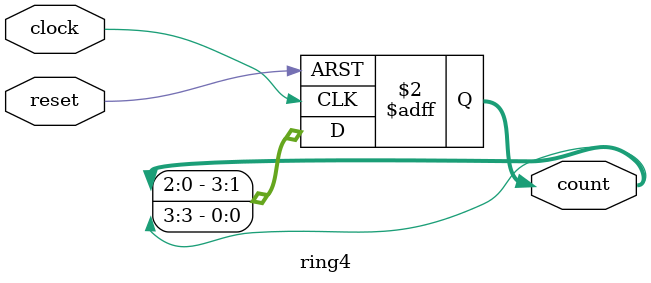
<source format=v>
module ring4(clock, reset, count);
	input clock, reset;
	output [3:0] count;
	reg [3:0] count;

	always @(posedge clock or posedge reset)
	begin
		if(reset)
			count = 4'b0001;
		else
			count = {count[2:0], count[3]};
	end
endmodule

</source>
